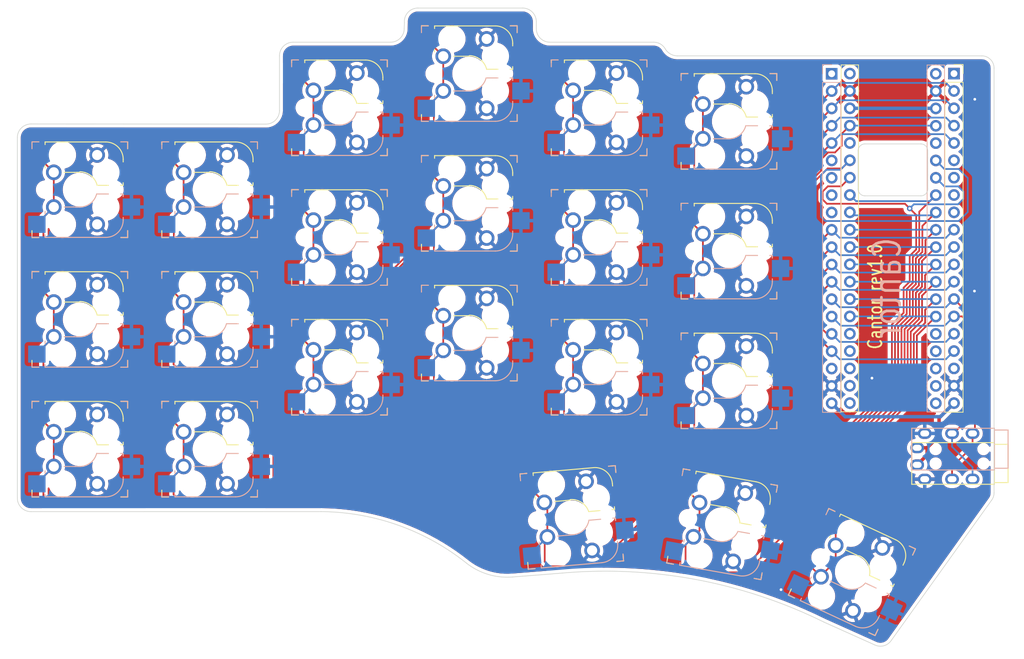
<source format=kicad_pcb>
(kicad_pcb (version 20211014) (generator pcbnew)
  (title_block (rev "rev1.0"))
  (layers (0 "F.Cu" signal) (31 "B.Cu" signal) (34 "B.Paste" user) (35 "F.Paste" user) (36 "B.SilkS" user "B.Silkscreen") (37 "F.SilkS" user "F.Silkscreen") (38 "B.Mask" user) (39 "F.Mask" user) (44 "Edge.Cuts" user))
  (net 0 "")
  (net 1 "+3V3")
  (net 2 "GND")
  (net 3 "/TX")
  (net 4 "/RX")
  (net 5 "/k00")
  (net 6 "/k01")
  (net 7 "/k02")
  (net 8 "/k03")
  (net 9 "/k04")
  (net 10 "/k05")
  (net 11 "/k10")
  (net 12 "/k11")
  (net 13 "/k12")
  (net 14 "/k13")
  (net 15 "/k14")
  (net 16 "/k15")
  (net 17 "/k20")
  (net 18 "/k21")
  (net 19 "/k22")
  (net 20 "/k23")
  (net 21 "/k24")
  (net 22 "/k25")
  (net 23 "/k30")
  (net 24 "/k31")
  (net 25 "/k32")
  (footprint "keyswitches:Kailh_socket_MX_optional_reversible" (layer "F.Cu") (at 164 98)
    (fp_text reference "K25" hide)
    (fp_text value "KEYSW" hide)
  )
  (footprint "keyswitches:Kailh_socket_MX_optional_reversible" (layer "F.Cu") (at 145 96)
    (fp_text reference "K24" hide)
    (fp_text value "KEYSW" hide)
  )
  (footprint "keyswitches:Kailh_socket_MX_optional_reversible" (layer "F.Cu") (at 88 108)
    (fp_text reference "K21" hide)
    (fp_text value "KEYSW" hide)
  )
  (footprint "keyswitches:Kailh_socket_MX_optional_reversible" (layer "F.Cu") (at 107 58)
    (fp_text reference "K02" hide)
    (fp_text value "KEYSW" hide)
  )
  (footprint "keyswitches:Kailh_socket_MX_optional_reversible" (layer "F.Cu") (at 69 89)
    (fp_text reference "K10" hide)
    (fp_text value "KEYSW" hide)
  )
  (footprint "keyswitches:Kailh_socket_MX_optional_reversible" (layer "F.Cu") (at 145 58)
    (fp_text reference "K04" hide)
    (fp_text value "KEYSW" hide)
  )
  (footprint "keyswitches:Kailh_socket_MX_optional_reversible" (layer "F.Cu") (at 107 77)
    (fp_text reference "K12" hide)
    (fp_text value "KEYSW" hide)
  )
  (footprint "keyswitches:Kailh_socket_MX_optional_reversible" (layer "F.Cu") (at 141 118 5)
    (fp_text reference "K30" hide)
    (fp_text value "KEYSW" hide)
  )
  (footprint "keyswitches:Kailh_socket_MX_optional_reversible" (layer "F.Cu") (at 88 70)
    (fp_text reference "K01" hide)
    (fp_text value "KEYSW" hide)
  )
  (footprint "keyswitches:Kailh_socket_MX_optional_reversible" (layer "F.Cu") (at 145 77)
    (fp_text reference "K14" hide)
    (fp_text value "KEYSW" hide)
  )
  (footprint "keyswitches:Kailh_socket_MX_optional_reversible" (layer "F.Cu") (at 126 91)
    (fp_text reference "K23" hide)
    (fp_text value "KEYSW" hide)
  )
  (footprint "keyswitches:Kailh_socket_MX_optional_reversible" (layer "F.Cu") (at 126 53)
    (fp_text reference "K03" hide)
    (fp_text value "KEYSW" hide)
  )
  (footprint "keyswitches:Kailh_socket_MX_optional_reversible" (layer "F.Cu") (at 107 96)
    (fp_text reference "K22" hide)
    (fp_text value "KEYSW" hide)
  )
  (footprint "Keebio-Parts:TRRS-PJ-320A" (layer "F.Cu") (at 202.85 110.1 -90)
    (fp_text reference "J1" hide)
    (fp_text value "TRRS" hide)
  )
  (footprint "keyswitches:Kailh_socket_MX_optional_reversible" (layer "F.Cu") (at 164 79)
    (fp_text reference "K15" hide)
    (fp_text value "KEYSW" hide)
  )
  (footprint "keyswitches:Kailh_socket_MX_optional_reversible" (layer "F.Cu") (at 182 126 -25)
    (fp_text reference "K32" hide)
    (fp_text value "KEYSW" hide)
  )
  (footprint "keyswitches:Kailh_socket_MX_optional_reversible" (layer "F.Cu") (at 88 89)
    (fp_text reference "K11" hide)
    (fp_text value "KEYSW" hide)
  )
  (footprint "Footprints:YAAJ_WeAct_BlackPill_2" (layer "F.Cu") (at 179.155 53)
    (fp_text reference "U1" hide)
    (fp_text value "YAAJ_WeAct_BlackPill_Part_Like" hide)
  )
  (footprint "keyswitches:Kailh_socket_MX_optional_reversible" (layer "F.Cu") (at 164 60)
    (fp_text reference "K05" hide)
    (fp_text value "KEYSW" hide)
  )
  (footprint "keyswitches:Kailh_socket_MX_optional_reversible" (layer "F.Cu") (at 69 108)
    (fp_text reference "K20" hide)
    (fp_text value "KEYSW" hide)
  )
  (footprint "keyswitches:Kailh_socket_MX_optional_reversible" (layer "F.Cu") (at 126 72)
    (fp_text reference "K13" hide)
    (fp_text value "KEYSW" hide)
  )
  (footprint "keyswitches:Kailh_socket_MX_optional_reversible" (layer "F.Cu") (at 69 70)
    (fp_text reference "K00" hide)
    (fp_text value "KEYSW" hide)
  )
  (footprint "keyswitches:Kailh_socket_MX_optional_reversible" (layer "F.Cu") (at 163 119 -10)
    (fp_text reference "K31" hide)
    (fp_text value "KEYSW" hide)
  )
  (gr_line (start 182.9 69.9) (end 182.9 64.3) (layer "Edge.Cuts") (width 0.1))
  (gr_arc (start 201 50.4) (mid 202.272792 50.927208) (end 202.8 52.2) (layer "Edge.Cuts") (width 0.1))
  (gr_arc (start 98.222 50.4) (mid 98.807786 48.985786) (end 100.222 48.4) (layer "Edge.Cuts") (width 0.1))
  (gr_line (start 61.856 117.156) (end 104.31 117.15) (layer "Edge.Cuts") (width 0.1))
  (gr_line (start 187.767999 135.999999) (end 202.434044 115.487896) (layer "Edge.Cuts") (width 0.1))
  (gr_arc (start 132.31 126.724999) (mid 128.740962 126.338896) (end 125.56 124.674999) (layer "Edge.Cuts") (width 0.1))
  (gr_arc (start 116.502 45.53) (mid 117.023969 44.034027) (end 118.476 43.4) (layer "Edge.Cuts") (width 0.1))
  (gr_line (start 192.1 70.9) (end 183.9 70.9) (layer "Edge.Cuts") (width 0.1))
  (gr_line (start 201 50.4) (end 156.480002 50.399998) (layer "Edge.Cuts") (width 0.1))
  (gr_arc (start 182.9 64.3) (mid 183.192893 63.592893) (end 183.9 63.3) (layer "Edge.Cuts") (width 0.1))
  (gr_line (start 116.502 45.53) (end 116.476 46.4) (layer "Edge.Cuts") (width 0.1))
  (gr_line (start 135.806 46.4) (end 135.808 45.4) (layer "Edge.Cuts") (width 0.1))
  (gr_arc (start 193.1 69.9) (mid 192.807107 70.607107) (end 192.1 70.9) (layer "Edge.Cuts") (width 0.1))
  (gr_line (start 193.092893 64.3) (end 193.1 69.9) (layer "Edge.Cuts") (width 0.1))
  (gr_arc (start 202.8 114.4) (mid 202.70606 114.973899) (end 202.434044 115.487896) (layer "Edge.Cuts") (width 0.1))
  (gr_line (start 98.222 50.4) (end 98.222 58.4) (layer "Edge.Cuts") (width 0.1))
  (gr_line (start 96.222 60.4) (end 61.856 60.38) (layer "Edge.Cuts") (width 0.1))
  (gr_arc (start 133.808 43.4) (mid 135.222214 43.985786) (end 135.808 45.4) (layer "Edge.Cuts") (width 0.1))
  (gr_arc (start 116.476 46.4) (mid 115.890214 47.814214) (end 114.476 48.4) (layer "Edge.Cuts") (width 0.1))
  (gr_arc (start 61.856 117.156) (mid 60.441786 116.570214) (end 59.856 115.156) (layer "Edge.Cuts") (width 0.1))
  (gr_line (start 202.8 114.4) (end 202.8 113.2) (layer "Edge.Cuts") (width 0.1))
  (gr_line (start 139.61 126.15) (end 132.31 126.724999) (layer "Edge.Cuts") (width 0.1))
  (gr_line (start 177.939399 133.349999) (end 185.331868 136.671447) (layer "Edge.Cuts") (width 0.1))
  (gr_arc (start 137.8 48.4) (mid 136.387906 47.813849) (end 135.806 46.4) (layer "Edge.Cuts") (width 0.1))
  (gr_arc (start 156.480002 50.399998) (mid 155.454806 50.133049) (end 154.69 49.4) (layer "Edge.Cuts") (width 0.1))
  (gr_line (start 59.856 62.38) (end 59.856 115.156) (layer "Edge.Cuts") (width 0.1))
  (gr_arc (start 192.092893 63.3) (mid 192.8 63.592893) (end 193.092893 64.3) (layer "Edge.Cuts") (width 0.1))
  (gr_arc (start 183.9 70.9) (mid 183.192893 70.607107) (end 182.9 69.9) (layer "Edge.Cuts") (width 0.1))
  (gr_line (start 133.808 43.4) (end 118.476 43.4) (layer "Edge.Cuts") (width 0.1))
  (gr_arc (start 59.856 62.38) (mid 60.441786 60.965786) (end 61.856 60.38) (layer "Edge.Cuts") (width 0.1))
  (gr_arc (start 104.31 117.15) (mid 115.566229 119.129958) (end 125.56 124.674999) (layer "Edge.Cuts") (width 0.1))
  (gr_line (start 183.9 63.3) (end 192.092893 63.3) (layer "Edge.Cuts") (width 0.1))
  (gr_line (start 114.476 48.4) (end 100.222 48.4) (layer "Edge.Cuts") (width 0.1))
  (gr_arc (start 152.99 48.4) (mid 153.976154 48.668538) (end 154.69 49.4) (layer "Edge.Cuts") (width 0.1))
  (gr_line (start 202.8 113.2) (end 202.8 52.2) (layer "Edge.Cuts") (width 0.1))
  (gr_arc (start 98.222 58.4) (mid 97.636214 59.814214) (end 96.222 60.4) (layer "Edge.Cuts") (width 0.1))
  (gr_arc (start 187.767999 135.999999) (mid 186.676511 136.794969) (end 185.331868 136.671447) (layer "Edge.Cuts") (width 0.1))
  (gr_line (start 152.99 48.4) (end 137.8 48.4) (layer "Edge.Cuts") (width 0.1))
  (gr_arc (start 139.61 126.15) (mid 159.269797 127.114332) (end 177.939399 133.349999) (layer "Edge.Cuts") (width 0.1))
  (gr_text "Cantor" (at 187.15 84.4 90) (layer "B.SilkS") (effects (font (size 4 3) (thickness 0.4)) (justify mirror)))
  (gr_text "Cantor rev1.0" (at 185.4 85.65 90) (layer "F.SilkS") (effects (font (size 2 1.5) (thickness 0.25))))
  (segment (start 193 107.8) (end 191.55 107.8) (width 0.5) (layer "F.Cu") (net 1))
  (segment (start 193 108.85) (end 191.55 110.3) (width 0.5) (layer "F.Cu") (net 1))
  (segment (start 194.75 103.445) (end 194.75 106.05) (width 0.5) (layer "F.Cu") (net 1))
  (segment (start 193 107.8) (end 194.75 106.05) (width 0.5) (layer "F.Cu") (net 1))
  (segment (start 196.935 101.26) (end 194.75 103.445) (width 0.5) (layer "F.Cu") (net 1))
  (segment (start 193 107.8) (end 193 108.85) (width 0.5) (layer "F.Cu") (net 1))
  (segment (start 179.035 101.28) (end 181.005 103.25) (width 0.5) (layer "B.Cu") (net 1))
  (segment (start 194.945 103.25) (end 196.935 101.26) (width 0.5) (layer "B.Cu") (net 1))
  (segment (start 181.005 103.25) (end 194.945 103.25) (width 0.5) (layer "B.Cu") (net 1))
  (segment (start 181.695 58.08) (end 194.255 58.08) (width 0.5) (layer "B.Cu") (net 1))
  (via (at 199.98 56.76) (size 0.8) (drill 0.4) (layers "F.Cu" "B.Cu") (net 2))
  (via (at 171.62 128.58) (size 0.8) (drill 0.4) (layers "F.Cu" "B.Cu") (net 2))
  (via (at 184.93 97.6) (size 0.8) (drill 0.4) (layers "F.Cu" "B.Cu") (net 2))
  (via (at 199.93 84.85) (size 0.8) (drill 0.4) (layers "F.Cu" "B.Cu") (net 2))
  (segment (start 196.65 110.6) (end 196.65 112.4) (width 0.25) (layer "F.Cu") (net 3))
  (segment (start 199.65 107.6) (end 199.65 105.7) (width 0.25) (layer "F.Cu") (net 3))
  (segment (start 199.65 107.6) (end 196.65 110.6) (width 0.25) (layer "F.Cu") (net 3))
  (segment (start 196.935 86.02) (end 200 89.085) (width 0.25) (layer "F.Cu") (net 3))
  (segment (start 200 89.085) (end 200 105.35) (width 0.25) (layer "F.Cu") (net 3))
  (segment (start 193.786995 87.213005) (end 193.788501 87.214511) (width 0.25) (layer "B.Cu") (net 3))
  (segment (start 179.035 86.04) (end 180.208005 87.213005) (width 0.25) (layer "B.Cu") (net 3))
  (segment (start 195.740489 87.214511) (end 196.935 86.02) (width 0.25) (layer "B.Cu") (net 3))
  (segment (start 193.788501 87.214511) (end 195.740489 87.214511) (width 0.25) (layer "B.Cu") (net 3))
  (segment (start 180.208005 87.213005) (end 193.786995 87.213005) (width 0.25) (layer "B.Cu") (net 3))
  (segment (start 198.11 88.56) (end 199.55048 90.00048) (width 0.25) (layer "F.Cu") (net 4))
  (segment (start 199.55048 90.00048) (end 199.55048 102.99952) (width 0.25) (layer "F.Cu") (net 4))
  (segment (start 199.55048 102.99952) (end 196.85 105.7) (width 0.25) (layer "F.Cu") (net 4))
  (segment (start 196.935 88.56) (end 198.11 88.56) (width 0.25) (layer "F.Cu") (net 4))
  (segment (start 199.65 110.65) (end 199.65 112.4) (width 0.25) (layer "B.Cu") (net 4))
  (segment (start 196.65 107.65) (end 199.65 110.65) (width 0.25) (layer "B.Cu") (net 4))
  (segment (start 180.380489 89.925489) (end 195.569511 89.925489) (width 0.25) (layer "B.Cu") (net 4))
  (segment (start 196.65 105.7) (end 196.65 107.65) (width 0.25) (layer "B.Cu") (net 4))
  (segment (start 179.035 88.58) (end 180.380489 89.925489) (width 0.25) (layer "B.Cu") (net 4))
  (segment (start 195.569511 89.925489) (end 196.935 88.56) (width 0.25) (layer "B.Cu") (net 4))
  (segment (start 97.902 76.696396) (end 96.348396 78.25) (width 0.25) (layer "F.Cu") (net 5))
  (segment (start 65.19 72.54) (end 65.19 67.46) (width 0.25) (layer "F.Cu") (net 5))
  (segment (start 178.441489 66.894511) (end 175.43696 69.89904) (width 0.25) (layer "F.Cu") (net 5))
  (segment (start 65.19 67.46) (end 62.71 64.98) (width 0.25) (layer "F.Cu") (net 5))
  (segment (start 152.971604 67.388) (end 136.844 67.388) (width 0.25) (layer "F.Cu") (net 5))
  (segment (start 136.844 67.388) (end 131.314 61.858) (width 0.25) (layer "F.Cu") (net 5))
  (segment (start 181.695 65.7) (end 180.500489 66.894511) (width 0.25) (layer "F.Cu") (net 5))
  (segment (start 131.314 61.858) (end 120.664114 61.858) (width 0.25) (layer "F.Cu") (net 5))
  (segment (start 155.482644 69.89904) (end 152.971604 67.388) (width 0.25) (layer "F.Cu") (net 5))
  (segment (start 97.902 68.314396) (end 97.902 76.696396) (width 0.25) (layer "F.Cu") (net 5))
  (segment (start 180.500489 66.894511) (end 178.441489 66.894511) (width 0.25) (layer "F.Cu") (net 5))
  (segment (start 63.67 74.06) (end 65.19 72.54) (width 0.25) (layer "F.Cu") (net 5))
  (segment (start 64.14 78.25) (end 63.67 77.78) (width 0.25) (layer "F.Cu") (net 5))
  (segment (start 175.43696 69.89904) (end 155.482644 69.89904) (width 0.25) (layer "F.Cu") (net 5))
  (segment (start 63.67 77.78) (end 63.67 74.06) (width 0.25) (layer "F.Cu") (net 5))
  (segment (start 120.664114 61.858) (end 115.976114 66.546) (width 0.25) (layer "F.Cu") (net 5))
  (segment (start 96.348396 78.25) (end 64.14 78.25) (width 0.25) (layer "F.Cu") (net 5))
  (segment (start 115.976114 66.546) (end 99.670396 66.546) (width 0.25) (layer "F.Cu") (net 5))
  (segment (start 99.670396 66.546) (end 97.902 68.314396) (width 0.25) (layer "F.Cu") (net 5))
  (segment (start 198.95 68.29) (end 198.95 73.27) (width 0.25) (layer "B.Cu") (net 5))
  (segment (start 197.63 66.97) (end 198.95 68.29) (width 0.25) (layer "B.Cu") (net 5))
  (segment (start 198.95 73.27) (end 197.63 74.59) (width 0.25) (layer "B.Cu") (net 5))
  (segment (start 194.275 65.72) (end 195.525 66.97) (width 0.25) (layer "B.Cu") (net 5))
  (segment (start 177.462 73.97) (end 177.462 67.874) (width 0.25) (layer "B.Cu") (net 5))
  (segment (start 177.462 67.874) (end 178.251 67.085) (width 0.25) (layer "B.Cu") (net 5))
  (segment (start 195.525 66.97) (end 197.63 66.97) (width 0.25) (layer "B.Cu") (net 5))
  (segment (start 180.31 67.085) (end 181.695 65.7) (width 0.25) (layer "B.Cu") (net 5))
  (segment (start 178.251 67.085) (end 180.31 67.085) (width 0.25) (layer "B.Cu") (net 5))
  (segment (start 178.082 74.59) (end 177.462 73.97) (width 0.25) (layer "B.Cu") (net 5))
  (segment (start 197.63 74.59) (end 178.082 74.59) (width 0.25) (layer "B.Cu") (net 5))
  (segment (start 65.19 72.54) (end 62.71 75.02) (width 0.25) (layer "B.Cu") (net 5))
  (segment (start 96.16152 77.80048) (end 83.37548 77.80048) (width 0.25) (layer "F.Cu") (net 6))
  (segment (start 177.475 65.575) (end 177.475 67.224604) (width 0.25) (layer "F.Cu") (net 6))
  (segment (start 120.477718 61.408) (end 115.789718 66.096) (width 0.25) (layer "F.Cu") (net 6))
  (segment (start 178.504511 64.545489) (end 177.475 65.575) (width 0.25) (layer "F.Cu") (net 6))
  (segment (start 131.500396 61.408) (end 120.477718 61.408) (width 0.25) (layer "F.Cu") (net 6))
  (segment (start 99.484 66.096) (end 97.452 68.128) (width 0.25) (layer "F.Cu") (net 6))
  (segment (start 180.5 61.815) (end 180.5 63.566988) (width 0.25) (layer "F.Cu") (net 6))
  (segment (start 175.250084 69.44952) (end 155.66952 69.44952) (width 0.25) (layer "F.Cu") (net 6))
  (segment (start 82.76 73.97) (end 84.19 72.54) (width 0.25) (layer "F.Cu") (net 6))
  (segment (start 179.521499 64.545489) (end 178.504511 64.545489) (width 0.25) (layer "F.Cu") (net 6))
  (segment (start 115.789718 66.096) (end 99.484 66.096) (width 0.25) (layer "F.Cu") (net 6))
  (segment (start 153.158 66.938) (end 137.030396 66.938) (width 0.25) (layer "F.Cu") (net 6))
  (segment (start 97.452 68.128) (end 97.452 76.51) (width 0.25) (layer "F.Cu") (net 6))
  (segment (start 181.695 60.62) (end 180.5 61.815) (width 0.25) (layer "F.Cu") (net 6))
  (segment (start 83.37548 77.80048) (end 82.76 77.185) (width 0.25) (layer "F.Cu") (net 6))
  (segment (start 155.66952 69.44952) (end 153.158 66.938) (width 0.25) (layer "F.Cu") (net 6))
  (segment (start 82.76 77.185) (end 82.76 73.97) (width 0.25) (layer "F.Cu") (net 6))
  (segment (start 137.030396 66.938) (end 131.500396 61.408) (width 0.25) (layer "F.Cu") (net 6))
  (segment (start 84.19 67.46) (end 81.71 64.98) (width 0.25) (layer "F.Cu") (net 6))
  (segment (start 180.5 63.566988) (end 179.521499 64.545489) (width 0.25) (layer "F.Cu") (net 6))
  (segment (start 97.452 76.51) (end 96.16152 77.80048) (width 0.25) (layer "F.Cu") (net 6))
  (segment (start 84.19 72.54) (end 84.19 67.46) (width 0.25) (layer "F.Cu") (net 6))
  (segment (start 177.475 67.224604) (end 175.250084 69.44952) (width 0.25) (layer "F.Cu") (net 6))
  (segment (start 84.19 72.54) (end 81.71 75.02) (width 0.25) (layer "B.Cu") (net 6))
  (segment (start 181.695 60.62) (end 194.255 60.62) (width 0.25) (layer "B.Cu") (net 6))
  (segment (start 179.035 63.18) (end 177.025 65.19) (width 0.25) (layer "F.Cu") (net 7))
  (segment (start 137.216792 66.488) (end 131.686792 60.958) (width 0.25) (layer "F.Cu") (net 7))
  (segment (start 101.77 65.08) (end 101.77 61.96) (width 0.25) (layer "F.Cu") (net 7))
  (segment (start 131.686792 60.958) (end 120.292 60.958) (width 0.25) (layer "F.Cu") (net 7))
  (segment (start 177.025 65.19) (end 177.025 67.038208) (width 0.25) (layer "F.Cu") (net 7))
  (segment (start 102.278 65.588) (end 101.77 65.08) (width 0.25) (layer "F.Cu") (net 7))
  (segment (start 120.292 60.958) (end 115.662 65.588) (width 0.25) (layer "F.Cu") (net 7))
  (segment (start 175.063208 69) (end 155.982 69) (width 0.25) (layer "F.Cu") (net 7))
  (segment (start 177.025 67.038208) (end 175.063208 69) (width 0.25) (layer "F.Cu") (net 7))
  (segment (start 153.47 66.488) (end 137.216792 66.488) (width 0.25) (layer "F.Cu") (net 7))
  (segment (start 155.982 69) (end 153.47 66.488) (width 0.25) (layer "F.Cu") (net 7))
  (segment (start 103.19 60.54) (end 103.19 55.46) (width 0.25) (layer "F.Cu") (net 7))
  (segment (start 101.77 61.96) (end 103.19 60.54) (width 0.25) (layer "F.Cu") (net 7))
  (segment (start 103.19 55.46) (end 100.71 52.98) (width 0.25) (layer "F.Cu") (net 7))
  (segment (start 115.662 65.588) (end 102.278 65.588) (width 0.25) (layer "F.Cu") (net 7))
  (segment (start 103.19 60.54) (end 100.71 63.02) (width 0.25) (layer "B.Cu") (net 7))
  (segment (start 180.345 61.87) (end 195.645 61.87) (width 0.25) (layer "B.Cu") (net 7))
  (segment (start 179.035 63.18) (end 180.345 61.87) (width 0.25) (layer "B.Cu") (net 7))
  (segment (start 195.645 61.87) (end 196.935 63.16) (width 0.25) (layer "B.Cu") (net 7))
  (segment (start 177.462 62.213) (end 177.462 64.116604) (width 0.25) (layer "F.Cu") (net 8))
  (segment (start 122.19 55.54) (end 122.19 50.46) (width 0.25) (layer "F.Cu") (net 8))
  (segment (start 156.182594 68.5) (end 153.720594 66.038) (width 0.25) (layer "F.Cu") (net 8))
  (segment (start 120.82 56.91) (end 122.19 55.54) (width 0.25) (layer "F.Cu") (net 8))
  (segment (start 120.82 60) (end 120.82 56.91) (width 0.25) (layer "F.Cu") (net 8))
  (segment (start 177.462 64.116604) (end 176.575 65.003604) (width 0.25) (layer "F.Cu") (net 8))
  (segment (start 131.873188 60.508) (end 121.328 60.508) (width 0.25) (layer "F.Cu") (net 8))
  (segment (start 137.403188 66.038) (end 131.873188 60.508) (width 0.25) (layer "F.Cu") (net 8))
  (segment (start 179.035 60.64) (end 177.462 62.213) (width 0.25) (layer "F.Cu") (net 8))
  (segment (start 174.926812 68.5) (end 156.182594 68.5) (width 0.25) (layer "F.Cu") (net 8))
  (segment (start 121.328 60.508) (end 120.82 60) (width 0.25) (layer "F.Cu") (net 8))
  (segment (start 153.720594 66.038) (end 137.403188 66.038) (width 0.25) (layer "F.Cu") (net 8))
  (segment (start 176.575 66.851812) (end 174.926812 68.5) (width 0.25) (layer "F.Cu") (net 8))
  (segment (start 122.19 50.46) (end 119.71 47.98) (width 0.25) (layer "F.Cu") (net 8))
  (segment (start 176.575 65.003604) (end 176.575 66.851812) (width 0.25) (layer "F.Cu") (net 8))
  (segment (start 179.035 60.64) (end 180.229511 59.445489) (width 0.25) (layer "B.Cu") (net 8))
  (segment (start 180.229511 59.445489) (end 195.760489 59.445489) (width 0.25) (layer "B.Cu") (net 8))
  (segment (start 195.760489 59.445489) (end 196.935 60.62) (width 0.25) (layer "B.Cu") (net 8))
  (segment (start 122.19 55.54) (end 119.71 58.02) (width 0.25) (layer "B.Cu") (net 8))
  (segment (start 139.87 61.86) (end 141.19 60.54) (width 0.25) (layer "F.Cu") (net 9))
  (segment (start 177.012 62.026604) (end 177.012 63.930208) (width 0.25) (layer "F.Cu") (net 9))
  (segment (start 141.19 60.54) (end 141.19 55.46) (width 0.25) (layer "F.Cu") (net 9))
  (segment (start 176.125 66.665416) (end 174.790416 68) (width 0.25) (layer "F.Cu") (net 9))
  (segment (start 141.19 55.46) (end 138.71 52.98) (width 0.25) (layer "F.Cu") (net 9))
  (segment (start 177.012 63.930208) (end 176.125 64.817208) (width 0.25) (layer "F.Cu") (net 9))
  (segment (start 176.125 64.817208) (end 176.125 66.665416) (width 0.25) (layer "F.Cu") (net 9))
  (segment (start 177.462 61.576604) (end 177.012 62.026604) (width 0.25) (layer "F.Cu") (net 9))
  (segment (start 177.462 59.673) (end 177.462 61.576604) (width 0.25) (layer "F.Cu") (net 9))
  (segment (start 140.378 65.588) (end 139.87 65.08) (width 0.25) (layer "F.Cu") (net 9))
  (segment (start 174.790416 68) (end 156.31899 68) (width 0.25) (layer "F.Cu") (net 9))
  (segment (start 156.31899 68) (end 153.90699 65.588) (width 0.25) (layer "F.Cu") (net 9))
  (segment (start 153.90699 65.588) (end 140.378 65.588) (width 0.25) (layer "F.Cu") (net 9))
  (segment (start 179.035 58.1) (end 177.462 59.673) (width 0.25) (layer "F.Cu") (net 9))
  (segment (start 139.87 65.08) (end 139.87 61.86) (width 0.25) (layer "F.Cu") (net 9))
  (segment (start 179.035 58.1) (end 180.229511 56.905489) (width 0.25) (layer "B.Cu") (net 9))
  (segment (start 141.19 60.54) (end 138.71 63.02) (width 0.25) (layer "B.Cu") (net 9))
  (segment (start 195.760489 56.905489) (end 196.935 58.08) (width 0.25) (layer "B.Cu") (net 9))
  (segment (start 180.229511 56.905489) (end 195.760489 56.905489) (width 0.25) (layer "B.Cu") (net 9))
  (segment (start 176.562 63.743812) (end 175.675 64.630812) (width 0.25) (layer "F.Cu") (net 10))
  (segment (start 160.19 62.54) (end 160.19 57.46) (width 0.25) (layer "F.Cu") (net 10))
  (segment (start 159.515479 67.55048) (end 158.92 66.955001) (width 0.25) (layer "F.Cu") (net 10))
  (segment (start 158.92 63.81) (end 160.19 62.54) (width 0.25) (layer "F.Cu") (net 10))
  (segment (start 177.012 59.486604) (end 177.012 61.390208) (width 0.25) (layer "F.Cu") (net 10))
  (segment (start 175.675 64.630812) (end 175.675 66.47902) (width 0.25) (layer "F.Cu") (net 10))
  (segment (start 179.035 55.56) (end 177.462 57.133) (width 0.25) (layer "F.Cu") (net 10))
  (segment (start 174.60354 67.55048) (end 159.515479 67.55048) (width 0.25) (layer "F.Cu") (net 10))
  (segment (start 158.92 66.955001) (end 158.92 63.81) (width 0.25) (layer "F.Cu") (net 10))
  (segment (start 160.19 57.46) (end 157.71 54.98) (width 0.25) (layer "F.Cu") (net 10))
  (segment (start 177.012 61.390208) (end 176.562 61.840208) (width 0.25) (layer "F.Cu") (net 10))
  (segment (start 177.462 59.036604) (end 177.012 59.486604) (width 0.25) (layer "F.Cu") (net 10))
  (segment (start 177.462 57.133) (end 177.462 59.036604) (width 0.25) (layer "F.Cu") (net 10))
  (segment (start 176.562 61.840208) (end 176.562 63.743812) (width 0.25) (layer "F.Cu") (net 10))
  (segment (start 175.675 66.47902) (end 174.60354 67.55048) (width 0.25) (layer "F.Cu") (net 10))
  (segment (start 179.035 55.56) (end 180.229511 54.365489) (width 0.25) (layer "B.Cu") (net 10))
  (segment (start 195.760489 54.365489) (end 196.935 55.54) (width 0.25) (layer "B.Cu") (net 10))
  (segment (start 160.19 62.54) (end 157.71 65.02) (width 0.25) (layer "B.Cu") (net 10))
  (segment (start 180.229511 54.365489) (end 195.760489 54.365489) (width 0.25) (layer "B.Cu") (net 10))
  (segment (start 130.552 80.908) (end 116.863436 80.908) (width 0.25) (layer "F.Cu") (net 11))
  (segment (start 97.902 94.848678) (end 95.920678 96.83) (width 0.25) (layer "F.Cu") (net 11))
  (segment (start 65.19 86.46) (end 62.71 83.98) (width 0.25) (layer "F.Cu") (net 11))
  (segment (start 177.5 92.125) (end 177.5 90.9) (width 0.25) (layer "F.Cu") (net 11))
  (segment (start 179.035 93.66) (end 177.5 92.125) (width 0.25) (layer "F.Cu") (net 11))
  (segment (start 152.206812 86.438) (end 136.082 86.438) (width 0.25) (layer "F.Cu") (net 11))
  (segment (start 112.233436 85.538) (end 99.728396 85.538) (width 0.25) (layer "F.Cu") (net 11))
  (segment (start 154.724812 88.956) (end 152.206812 86.438) (width 0.25) (layer "F.Cu") (net 11))
  (segment (start 99.728396 85.538) (end 97.902 87.364396) (width 0.25) (layer "F.Cu") (net 11))
  (segment (start 63.67 96.195) (end 63.67 93.06) (width 0.25) (layer "F.Cu") (net 11))
  (segment (start 65.19 91.54) (end 65.19 86.46) (width 0.25) (layer "F.Cu") (net 11))
  (segment (start 175.556 88.956) (end 154.724812 88.956) (width 0.25) (layer "F.Cu") (net 11))
  (segment (start 64.305 96.83) (end 63.67 96.195) (width 0.25) (layer "F.Cu") (net 11))
  (segment (start 63.67 93.06) (end 65.19 91.54) (width 0.25) (layer "F.Cu") (net 11))
  (segment (start 116.863436 80.908) (end 112.233436 85.538) (width 0.25) (layer "F.Cu") (net 11))
  (segment (start 95.920678 96.83) (end 64.305 96.83) (width 0.25) (layer "F.Cu") (net 11))
  (segment (start 177.5 90.9) (end 175.556 88.956) (width 0.25) (layer "F.Cu") (net 11))
  (segment (start 136.082 86.438) (end 130.552 80.908) (width 0.25) (layer "F.Cu") (net 11))
  (segment (start 97.902 87.364396) (end 97.902 94.848678) (width 0.25) (layer "F.Cu") (net 11))
  (segment (start 179.035 93.66) (end 180.209511 94.834511) (width 0.25) (layer "B.Cu") (net 11))
  (segment (start 65.19 91.54) (end 62.71 94.02) (width 0.25) (layer "B.Cu") (net 11))
  (segment (start 180.209511 94.834511) (end 195.740489 94.834511) (width 0.25) (layer "B.Cu") (net 11))
  (segment (start 195.740489 94.834511) (end 196.935 93.64) (width 0.25) (layer "B.Cu") (net 11))
  (segment (start 82.72 95.56) (end 82.72 93.01) (width 0.25) (layer "F.Cu") (net 12))
  (segment (start 112.04704 85.088) (end 99.542 85.088) (width 0.25) (layer "F.Cu") (net 12))
  (segment (start 82.72 93.01) (end 84.19 91.54) (width 0.25) (layer "F.Cu") (net 12))
  (segment (start 178.36 91.12) (end 175.746 88.506) (width 0.25) (layer "F.Cu") (net 12))
  (segment (start 154.911208 88.506) (end 152.393208 85.988) (width 0.25) (layer "F.Cu") (net 12))
  (segment (start 99.542 85.088) (end 97.452 87.178) (width 0.25) (layer "F.Cu") (net 12))
  (segment (start 152.393208 85.988) (end 136.268396 85.988) (width 0.25) (layer "F.Cu") (net 12))
  (segment (start 95.734282 96.38) (end 83.54 96.38) (width 0.25) (layer "F.Cu") (net 12))
  (segment (start 83.54 96.38) (end 82.72 95.56) (width 0.25) (layer "F.Cu") (net 12))
  (segment (start 84.19 86.46) (end 81.71 83.98) (width 0.25) (layer "F.Cu") (net 12))
  (segment (start 175.746 88.506) (end 154.911208 88.506) (width 0.25) (layer "F.Cu") (net 12))
  (segment (start 136.268396 85.988) (end 130.738396 80.458) (width 0.25) (layer "F.Cu") (net 12))
  (segment (start 97.452 87.178) (end 97.452 94.662282) (width 0.25) (layer "F.Cu") (net 12))
  (segment (start 84.19 91.54) (end 84.19 86.46) (width 0.25) (layer "F.Cu") (net 12))
  (segment (start 116.67704 80.458) (end 112.04704 85.088) (width 0.25) (layer "F.Cu") (net 12))
  (segment (start 97.452 94.662282) (end 95.734282 96.38) (width 0.25) (layer "F.Cu") (net 12))
  (segment (start 130.738396 80.458) (end 116.67704 80.458) (width 0.25) (layer "F.Cu") (net 12))
  (segment (start 84.19 91.54) (end 81.71 94.02) (width 0.25) (layer "B.Cu") (net 12))
  (segment (start 195.740489 92.294511) (end 196.935 91.1) (width 0.25) (layer "B.Cu") (net 12))
  (segment (start 180.209511 92.294511) (end 195.740489 92.294511) (width 0.25) (layer "B.Cu") (net 12))
  (segment (start 179.035 91.12) (end 180.209511 92.294511) (width 0.25) (layer "B.Cu") (net 12))
  (segment (start 130.924792 80.008) (end 116.490644 80.008) (width 0.25) (layer "F.Cu") (net 13))
  (segment (start 102.278 84.638) (end 101.77 84.13) (width 0.25) (layer "F.Cu") (net 13))
  (segment (start 136.454792 85.538) (end 130.924792 80.008) (width 0.25) (layer "F.Cu") (net 13))
  (segment (start 152.579604 85.538) (end 136.454792 85.538) (width 0.25) (layer "F.Cu") (net 13))
  (segment (start 101.77 84.13) (end 101.77 80.96) (width 0.25) (layer "F.Cu") (net 13))
  (segment (start 116.490644 80.008) (end 111.860644 84.638) (width 0.25) (layer "F.Cu") (net 13))
  (segment (start 179.035 83.5) (end 177.462 85.073) (width 0.25) (layer "F.Cu") (net 13))
  (segment (start 155.097604 88.056) (end 152.579604 85.538) (width 0.25) (layer "F.Cu") (net 13))
  (segment (start 103.19 79.54) (end 103.19 74.46) (width 0.25) (layer "F.Cu") (net 13))
  (segment (start 176.33 88.056) (end 155.097604 88.056) (width 0.25) (layer "F.Cu") (net 13))
  (segment (start 101.77 80.96) (end 103.19 79.54) (width 0.25) (layer "F.Cu") (net 13))
  (segment (start 177.462 86.924) (end 176.33 88.056) (width 0.25) (layer "F.Cu") (net 13))
  (segment (start 103.19 74.46) (end 100.71 71.98) (width 0.25) (layer "F.Cu") (net 13))
  (segment (start 111.860644 84.638) (end 102.278 84.638) (width 0.25) (layer "F.Cu") (net 13))
  (segment (start 177.462 85.073) (end 177.462 86.924) (width 0.25) (layer "F.Cu") (net 13))
  (segment (start 103.19 79.54) (end 100.71 82.02) (width 0.25) (layer "B.Cu") (net 13))
  (segment (start 195.740489 84.674511) (end 196.935 83.48) (width 0.25) (layer "B.Cu") (net 13))
  (segment (start 179.035 83.5) (end 180.209511 84.674511) (width 0.25) (layer "B.Cu") (net 13))
  (segment (start 180.209511 84.674511) (end 195.740489 84.674511) (width 0.25) (layer "B.Cu") (net 13))
  (segment (start 177.462 84.436604) (end 177.012 84.886604) (width 0.25) (layer "F.Cu") (net 14))
  (segment (start 176.143604 87.606) (end 155.284 87.606) (width 0.25) (layer "F.Cu") (net 14))
  (segment (start 177.012 86.737604) (end 176.143604 87.606) (width 0.25) (layer "F.Cu") (net 14))
  (segment (start 152.766 85.088) (end 136.641188 85.088) (width 0.25) (layer "F.Cu") (net 14))
  (segment (start 120.82 79.05) (end 120.82 75.91) (width 0.25) (layer "F.Cu") (net 14))
  (segment (start 177.462 82.533) (end 177.462 84.436604) (width 0.25) (layer "F.Cu") (net 14))
  (segment (start 155.284 87.606) (end 152.766 85.088) (width 0.25) (layer "F.Cu") (net 14))
  (segment (start 121.328 79.558) (end 120.82 79.05) (width 0.25) (layer "F.Cu") (net 14))
  (segment (start 131.111188 79.558) (end 121.328 79.558) (width 0.25) (layer "F.Cu") (net 14))
  (segment (start 122.19 69.46) (end 119.71 66.98) (width 0.25) (layer "F.Cu") (net 14))
  (segment (start 120.82 75.91) (end 122.19 74.54) (width 0.25) (layer "F.Cu") (net 14))
  (segment (start 179.035 80.96) (end 177.462 82.533) (width 0.25) (layer "F.Cu") (net 14))
  (segment (start 177.012 84.886604) (end 177.012 86.737604) (width 0.25) (layer "F.Cu") (net 14))
  (segment (start 122.19 74.54) (end 122.19 69.46) (width 0.25) (layer "F.Cu") (net 14))
  (segment (start 136.641188 85.088) (end 131.111188 79.558) (width 0.25) (layer "F.Cu") (net 14))
  (segment (start 179.035 80.96) (end 180.209511 82.134511) (width 0.25) (layer "B.Cu") (net 14))
  (segment (start 180.209511 82.134511) (end 195.740489 82.134511) (width 0.25) (layer "B.Cu") (net 14))
  (segment (start 122.19 74.54) (end 119.71 77.02) (width 0.25) (layer "B.Cu") (net 14))
  (segment (start 195.740489 82.134511) (end 196.935 80.94) (width 0.25) (layer "B.Cu") (net 14))
  (segment (start 179.035 78.42) (end 177.462 79.993) (width 0.25) (layer "F.Cu") (net 15))
  (segment (start 176.562 86.551208) (end 175.957208 87.156) (width 0.25) (layer "F.Cu") (net 15))
  (segment (start 141.19 79.54) (end 141.19 74.46) (width 0.25) (layer "F.Cu") (net 15))
  (segment (start 141.19 74.46) (end 138.71 71.98) (width 0.25) (layer "F.Cu") (net 15))
  (segment (start 139.87 80.86) (end 141.19 79.54) (width 0.25) (layer "F.Cu") (net 15))
  (segment (start 139.87 84.13) (end 139.87 80.86) (width 0.25) (layer "F.Cu") (net 15))
  (segment (start 177.462 79.993) (end 177.462 81.896604) (width 0.25) (layer "F.Cu") (net 15))
  (segment (start 140.378 84.638) (end 139.87 84.13) (width 0.25) (layer "F.Cu") (net 15))
  (segment (start 177.012 84.250208) (end 176.562 84.700208) (width 0.25) (layer "F.Cu") (net 15))
  (segment (start 177.462 81.896604) (end 177.012 82.346604) (width 0.25) (layer "F.Cu") (net 15))
  (segment (start 177.012 82.346604) (end 177.012 84.250208) (width 0.25) (layer "F.Cu") (net 15))
  (segment (start 155.470396 87.156) (end 152.952396 84.638) (width 0.25) (layer "F.Cu") (net 15))
  (segment (start 175.957208 87.156) (end 155.470396 87.156) (width 0.25) (layer "F.Cu") (net 15))
  (segment (start 176.562 84.700208) (end 176.562 86.551208) (width 0.25) (layer "F.Cu") (net 15))
  (segment (start 152.952396 84.638) (end 140.378 84.638) (width 0.25) (layer "F.Cu") (net 15))
  (segment (start 141.19 79.54) (end 138.71 82.02) (width 0.25) (layer "B.Cu") (net 15))
  (segment (start 195.740489 79.594511) (end 196.935 78.4) (width 0.25) (layer "B.Cu") (net 15))
  (segment (start 180.209511 79.594511) (end 195.740489 79.594511) (width 0.25) (layer "B.Cu") (net 15))
  (segment (start 179.035 78.42) (end 180.209511 79.594511) (width 0.25) (layer "B.Cu") (net 15))
  (segment (start 177.012 81.710208) (end 176.562 82.160208) (width 0.25) (layer "F.Cu") (net 16))
  (segment (start 158.92 82.81) (end 160.19 81.54) (width 0.25) (layer "F.Cu") (net 16))
  (segment (start 176.112 86.364812) (end 175.806812 86.67) (width 0.25) (layer "F.Cu") (net 16))
  (segment (start 158.92 86.035) (end 158.92 82.81) (width 0.25) (layer "F.Cu") (net 16))
  (segment (start 159.555 86.67) (end 158.92 86.035) (width 0.25) (layer "F.Cu") (net 16))
  (segment (start 177.462 77.453) (end 177.462 79.356604) (width 0.25) (layer "F.Cu") (net 16))
  (segment (start 176.112 84.513812) (end 176.112 86.364812) (width 0.25) (layer "F.Cu") (net 16))
  (segment (start 160.19 81.54) (end 160.19 76.46) (width 0.25) (layer "F.Cu") (net 16))
  (segment (start 176.562 82.160208) (end 176.562 84.063812) (width 0.25) (layer "F.Cu") (net 16))
  (segment (start 176.562 84.063812) (end 176.112 84.513812) (width 0.25) (layer "F.Cu") (net 16))
  (segment (start 179.035 75.88) (end 177.462 77.453) (width 0.25) (layer "F.Cu") (net 16))
  (segment (start 175.806812 86.67) (end 159.555 86.67) (width 0.25) (layer "F.Cu") (net 16))
  (segment (start 177.012 79.806604) (end 177.012 81.710208) (width 0.25) (layer "F.Cu") (net 16))
  (segment (start 160.19 76.46) (end 157.71 73.98) (width 0.25) (layer "F.Cu") (net 16))
  (segment (start 177.462 79.356604) (end 177.012 79.806604) (width 0.25) (layer "F.Cu") (net 16))
  (segment (start 179.035 75.88) (end 180.189511 77.034511) (width 0.25) (layer "B.Cu") (net 16))
  (segment (start 195.740489 77.054511) (end 196.935 75.86) (width 0.25) (layer "B.Cu") (net 16))
  (segment (start 192.275009 77.034511) (end 192.295009 77.054511) (width 0.25) (layer "B.Cu") (net 16))
  (segment (start 180.189511 77.034511) (end 192.275009 77.034511) (width 0.25) (layer "B.Cu") (net 16))
  (segment (start 160.19 81.54) (end 157.71 84.02) (width 0.25) (layer "B.Cu") (net 16))
  (segment (start 192.295009 77.054511) (end 195.740489 77.054511) (width 0.25) (layer "B.Cu") (net 16))
  (segment (start 181.758 107.774) (end 138.114 107.774) (width 0.25) (layer "F.Cu") (net 17))
  (segment (start 97.775 113.843198) (end 95.542198 116.076) (width 0.25) (layer "F.Cu") (net 17))
  (segment (start 192.7 84.4) (end 191.810601 85.289399) (width 0.25) (layer "F.Cu") (net 17))
  (segment (start 99.347396 104.334) (end 97.775 105.906396) (width 0.25) (layer "F.Cu") (net 17))
  (segment (start 194.275 80.96) (end 192.7 82.535) (width 0.25) (layer "F.Cu") (net 17))
  (segment (start 191.810601 85.289399) (end 191.810601 88.963802) (width 0.25) (layer "F.Cu") (net 17))
  (segment (start 64.062 116.076) (end 63.67 115.684) (width 0.25) (layer "F.Cu") (net 17))
  (segment (start 65.19 105.46) (end 62.71 102.98) (width 0.25) (layer "F.Cu") (net 17))
  (segment (start 134.674 104.334) (end 99.347396 104.334) (width 0.25) (layer "F.Cu") (net 17))
  (segment (start 63.67 112.06) (end 65.19 110.54) (width 0.25) (layer "F.Cu") (net 17))
  (segment (start 138.114 107.774) (end 134.674 104.334) (width 0.25) (layer "F.Cu") (net 17))
  (segment (start 65.19 110.54) (end 65.19 105.46) (width 0.25) (layer "F.Cu") (net 17))
  (segment (start 190.15144 99.38056) (end 181.758 107.774) (width 0.25) (layer "F.Cu") (net 17))
  (segment (start 192.7 82.535) (end 192.7 84.4) (width 0.25) (layer "F.Cu") (net 17))
  (segment (start 95.542198 116.076) (end 64.062 116.076) (width 0.25) (layer "F.Cu") (net 17))
  (segment (start 191.810601 88.963802) (end 190.15144 90.622963) (width 0.25) (layer "F.Cu") (net 17))
  (segment (start 63.67 115.684) (end 63.67 112.06) (width 0.25) (layer "F.Cu") (net 17))
  (segment (start 97.775 105.906396) (end 97.775 113.843198) (width 0.25) (layer "F.Cu") (net 17))
  (segment (start 190.15144 90.622963) (end 190.15144 99.38056) (width 0.25) (layer "F.Cu") (net 17))
  (segment (start 181.695 80.94) (end 194.255 80.94) (width 0.25) (layer "B.Cu") (net 17))
  (segment (start 62.71 113.02) (end 65.19 110.54) (width 0.25) (layer "B.Cu") (net 17))
  (segment (start 83.736 115.626) (end 82.72 114.61) (width 0.25) (layer "F.Cu") (net 18))
  (segment (start 84.19 110.54) (end 84.19 105.46) (width 0.25) (layer "F.Cu") (net 18))
  (segment (start 97.325 113.656802) (end 95.355802 115.626) (width 0.25) (layer "F.Cu") (net 18))
  (segment (start 189.70192 99.093664) (end 181.471584 107.324) (width 0.25) (layer "F.Cu") (net 18))
  (segment (start 99.161 103.884) (end 97.325 105.72) (width 0.25) (layer "F.Cu") (net 18))
  (segment (start 95.355802 115.626) (end 83.736 115.626) (width 0.25) (layer "F.Cu") (net 18))
  (segment (start 192.25048 84.213802) (end 191.361081 85.103202) (width 0.25) (layer "F.Cu") (net 18))
  (segment (start 192.25048 80.44452) (end 192.25048 84.213802) (width 0.25) (layer "F.Cu") (net 18))
  (segment (start 138.300396 107.324) (end 134.860396 103.884) (width 0.25) (layer "F.Cu") (net 18))
  (segment (start 191.361081 85.103202) (end 191.361081 88.777604) (width 0.25) (layer "F.Cu") (net 18))
  (segment (start 82.72 112.01) (end 84.19 110.54) (width 0.25) (layer "F.Cu") (net 18))
  (segment (start 134.860396 103.884) (end 99.161 103.884) (width 0.25) (layer "F.Cu") (net 18))
  (segment (start 189.70192 90.436765) (end 189.70192 99.093664) (width 0.25) (layer "F.Cu") (net 18))
  (segment (start 97.325 105.72) (end 97.325 113.656802) (width 0.25) (layer "F.Cu") (net 18))
  (segment (start 82.72 114.61) (end 82.72 112.01) (width 0.25) (layer "F.Cu") (net 18))
  (segment (start 194.275 78.42) (end 192.25048 80.44452) (width 0.25) (layer "F.Cu") (net 18))
  (segment (start 191.361081 88.777604) (end 189.70192 90.436765) (width 0.25) (layer "F.Cu") (net 18))
  (segment (start 84.19 105.46) (end 81.71 102.98) (width 0.25) (layer "F.Cu") (net 18))
  (segment (start 181.471584 107.324) (end 138.300396 107.324) (width 0.25) (layer "F.Cu") (net 18))
  (segment (start 84.19 110.54) (end 81.71 113.02) (width 0.25) (layer "B.Cu") (net 18))
  (segment (start 181.695 78.4) (end 194.255 78.4) (width 0.25) (layer "B.Cu") (net 18))
  (segment (start 135.046792 103.434) (end 102.659 103.434) (width 0.25) (layer "F.Cu") (net 19))
  (segment (start 103.19 93.46) (end 100.71 90.98) (width 0.25) (layer "F.Cu") (net 19))
  (segment (start 194.275 75.88) (end 192.754641 77.400359) (width 0.25) (layer "F.Cu") (net 19))
  (segment (start 190.911562 84.917003) (end 190.911561 88.591406) (width 0.25) (layer "F.Cu") (net 19))
  (segment (start 192.754641 77.400359) (end 192.754641 79.304641) (width 0.25) (layer "F.Cu") (net 19))
  (segment (start 189.25 90.252967) (end 189.25 98.909188) (width 0.25) (layer "F.Cu") (net 19))
  (segment (start 191.80096 80.258323) (end 191.80096 84.027605) (width 0.25) (layer "F.Cu") (net 19))
  (segment (start 101.77 99.96) (end 103.19 98.54) (width 0.25) (layer "F.Cu") (net 19))
  (segment (start 189.25 98.909188) (end 181.285188 106.874) (width 0.25) (layer "F.Cu") (net 19))
  (segment (start 181.285188 106.874) (end 138.486792 106.874) (width 0.25) (layer "F.Cu") (net 19))
  (segment (start 102.659 103.434) (end 101.77 102.545) (width 0.25) (layer "F.Cu") (net 19))
  (segment (start 190.911561 88.591406) (end 189.25 90.252967) (width 0.25) (layer "F.Cu") (net 19))
  (segment (start 191.80096 84.027605) (end 190.911562 84.917003) (width 0.25) (layer "F.Cu") (net 19))
  (segment (start 103.19 98.54) (end 103.19 93.46) (width 0.25) (layer "F.Cu") (net 19))
  (segment (start 192.754641 79.304641) (end 191.80096 80.258323) (width 0.25) (layer "F.Cu") (net 19))
  (segment (start 138.486792 106.874) (end 135.046792 103.434) (width 0.25) (layer "F.Cu") (net 19))
  (segment (start 101.77 102.545) (end 101.77 99.96) (width 0.25) (layer "F.Cu") (net 19))
  (segment (start 181.695 75.86) (end 194.255 75.86) (width 0.25) (layer "B.Cu") (net 19))
  (segment (start 103.19 98.54) (end 100.71 101.02) (width 0.25) (layer "B.Cu") (net 19))
  (segment (start 191.35144 80.072126) (end 191.35144 83.841407) (width 0.25) (layer "F.Cu") (net 20))
  (segment (start 194.275 73.34) (end 192.305121 75.309879) (width 0.25) (layer "F.Cu") (net 20))
  (segment (start 138.673188 106.424) (end 130.857188 98.608) (width 0.25) (layer "F.Cu") (net 20))
  (segment (start 181.078792 106.424) (end 138.673188 106.424) (width 0.25) (layer "F.Cu") (net 20))
  (segment (start 120.82 98.1) (end 120.82 94.91) (width 0.25) (layer "F.Cu") (net 20))
  (segment (start 190.462042 88.405207) (end 188.75096 90.116289) (width 0.25) (layer "F.Cu") (net 20))
  (segment (start 182.900872 104.60192) (end 181.078792 106.424) (width 0.25) (layer "F.Cu") (net 20))
  (segment (start 188.75096 98.771832) (end 182.920872 104.60192) (width 0.25) (layer "F.Cu") (net 20))
  (segment (start 188.75096 90.116289) (end 188.75096 98.771832) (width 0.25) (layer "F.Cu") (net 20))
  (segment (start 130.857188 98.608) (end 121.328 98.608) (width 0.25) (layer "F.Cu") (net 20))
  (segment (start 120.82 94.91) (end 122.19 93.54) (width 0.25) (layer "F.Cu") (net 20))
  (segment (start 192.305121 75.309879) (end 192.305121 79.118444) (width 0.25) (layer "F.Cu") (net 20))
  (segment (start 121.328 98.608) (end 120.82 98.1) (width 0.25) (layer "F.Cu") (net 20))
  (segment (start 122.19 88.46) (end 119.71 85.98) (width 0.25) (layer "F.Cu") (net 20))
  (segment (start 190.462042 84.730806) (end 190.462042 88.405207) (width 0.25) (layer "F.Cu") (net 20))
  (segment (start 192.305121 79.118444) (end 191.35144 80.072126) (width 0.25) (layer "F.Cu") (net 20))
  (segment (start 122.19 93.54) (end 122.19 88.46) (width 0.25) (layer "F.Cu") (net 20))
  (segment (start 191.35144 83.841407) (end 190.462042 84.730806) (width 0.25) (layer "F.Cu") (net 20))
  (segment (start 182.920872 104.60192) (end 182.900872 104.60192) (width 0.25) (layer "F.Cu") (net 20))
  (segment (start 122.19 93.54) (end 119.71 96.02) (width 0.25) (layer "B.Cu") (net 20))
  (segment (start 182.135 73.76) (end 193.855 73.76) (width 0.25) (layer "B.Cu") (net 20))
  (segment (start 180.892396 105.974) (end 142.664 105.974) (width 0.25) (layer "F.Cu") (net 21))
  (segment (start 190.012522 88.219009) (end 188.30096 89.930572) (width 0.25) (layer "F.Cu") (net 21))
  (segment (start 191.855601 78.932247) (end 190.901921 79.885927) (width 0.25) (layer "F.Cu") (net 21))
  (segment (start 139.87 99.86) (end 141.19 98.54) (width 0.25) (layer "F.Cu") (net 21))
  (segment (start 190.901921 79.885927) (end 190.90192 83.65521) (width 0.25) (layer "F.Cu") (net 21))
  (segment (start 141.19 93.46) (end 138.71 90.98) (width 0.25) (layer "F.Cu") (net 21))
  (segment (start 188.30096 98.585436) (end 182.734476 104.15192) (width 0.25) (layer "F.Cu") (net 21))
  (segment (start 194.275 70.8) (end 191.855601 73.219399) (width 0.25) (layer "F.Cu") (net 21))
  (segment (start 141.19 98.54) (end 141.19 93.46) (width 0.25) (layer "F.Cu") (net 21))
  (segment (start 190.012523 84.544607) (end 190.012522 88.219009) (width 0.25) (layer "F.Cu") (net 21))
  (segment (start 182.714476 104.15192) (end 180.892396 105.974) (width 0.25) (layer "F.Cu") (net 21))
  (segment (start 139.87 103.18) (end 139.87 99.86) (width 0.25) (layer "F.Cu") (net 21))
  (segment (start 190.90192 83.65521) (end 190.012523 84.544607) (width 0.25) (layer "F.Cu") (net 21))
  (segment (start 182.734476 104.15192) (end 182.714476 104.15192) (width 0.25) (layer "F.Cu") (net 21))
  (segment (start 188.30096 89.930572) (end 188.30096 98.585436) (width 0.25) (layer "F.Cu") (net 21))
  (segment (start 142.664 105.974) (end 139.87 103.18) (width 0.25) (layer "F.Cu") (net 21))
  (segment (start 191.855601 73.219399) (end 191.855601 78.932247) (width 0.25) (layer "F.Cu") (net 21))
  (segment (start 181.695 70.78) (end 182.595 71.68) (width 0.25) (layer "B.Cu") (net 21))
  (segment (start 141.19 98.54) (end 138.71 101.02) (width 0.25) (layer "B.Cu") (net 21))
  (segment (start 182.595 71.68) (end 193.395 71.68) (width 0.25) (layer "B.Cu") (net 21))
  (segment (start 193.395 71.68) (end 194.275 70.8) (width 0.25) (layer "B.Cu") (net 21))
  (segment (start 158.92 105.085) (end 158.92 101.81) (width 0.25) (layer "F.Cu") (net 22))
  (segment (start 191.406081 78.746049) (end 190.452401 79.69973) (width 0.25) (layer "F.Cu") (net 22))
  (segment (start 187.85096 89.744855) (end 187.85096 98.39904) (width 0.25) (layer "F.Cu") (net 22))
  (segment (start 160.19 100.54) (end 160.19 95.46) (width 0.25) (layer "F.Cu") (net 22))
  (segment (start 178.473012 69.51) (end 180.425 69.51) (width 0.25) (layer "F.Cu") (net 22))
  (segment (start 180.764 105.466) (end 159.301 105.466) (width 0.25) (layer "F.Cu") (net 22))
  (segment (start 177.72 70.263012) (end 178.473012 69.51) (width 0.25) (layer "F.Cu") (net 22))
  (segment (start 190.45 72.75) (end 191.406081 73.706081) (width 0.25) (layer "F.Cu") (net 22))
  (segment (start 190.452401 79.69973) (end 190.452401 83.469011) (width 0.25) (layer "F.Cu") (net 22))
  (segment (start 189.563003 84.35841) (end 189.563002 88.032811) (width 0.25) (layer "F.Cu") (net 22))
  (segment (start 187.85096 98.39904) (end 182.54808 103.70192) (width 0.25) (layer "F.Cu") (net 22))
  (segment (start 189.76 72.06) (end 178.33 72.06) (width 0.25) (layer "F.Cu") (net 22))
  (segment (start 180.425 69.51) (end 181.695 68.24) (width 0.25) (layer "F.Cu") (net 22))
  (segment (start 158.92 101.81) (end 160.19 100.54) (width 0.25) (layer "F.Cu") (net 22))
  (segment (start 189.563002 88.032811) (end 187.85096 89.744855) (width 0.25) (layer "F.Cu") (net 22))
  (segment (start 159.301 105.466) (end 158.92 105.085) (width 0.25) (layer "F.Cu") (net 22))
  (segment (start 191.406081 73.706081) (end 191.406081 78.746049) (width 0.25) (layer "F.Cu") (net 22))
  (segment (start 177.72 71.45) (end 177.72 70.263012) (width 0.25) (layer "F.Cu") (net 22))
  (segment (start 182.54808 103.70192) (end 182.52808 103.70192) (width 0.25) (layer "F.Cu") (net 22))
  (segment (start 160.19 95.46) (end 157.71 92.98) (width 0.25) (layer "F.Cu") (net 22))
  (segment (start 190.45 72.75) (end 189.76 72.06) (width 0.25) (layer "F.Cu") (net 22))
  (segment (start 190.452401 83.469011) (end 189.563003 84.35841) (width 0.25) (layer "F.Cu") (net 22))
  (segment (start 178.33 72.06) (end 177.72 71.45) (width 0.25) (layer "F.Cu") (net 22))
  (segment (start 182.52808 103.70192) (end 180.764 105.466) (width 0.25) (layer "F.Cu") (net 22))
  (via (at 190.45 72.75) (size 0.8) (drill 0.4) (layers "F.Cu" "B.Cu") (net 22))
  (segment (start 160.19 100.54) (end 157.71 103.02) (width 0.25) (layer "B.Cu") (net 22))
  (segment (start 197.57 69.52) (end 195.535 69.52) (width 0.25) (layer "B.Cu") (net 22))
  (segment (start 191.06 72.14) (end 197.53 72.14) (width 0.25) (layer "B.Cu") (net 22))
  (segment (start 198.31 70.26) (end 197.57 69.52) (width 0.25) (layer "B.Cu") (net 22))
  (segment (start 195.535 69.52) (end 194.275 68.26) (width 0.25) (layer "B.Cu") (net 22))
  (segment (start 197.53 72.14) (end 198.31 71.36) (width 0.25) (layer "B.Cu") (net 22))
  (segment (start 190.45 72.75) (end 191.06 72.14) (width 0.25) (layer "B.Cu") (net 22))
  (segment (start 198.31 71.36) (end 198.31 70.26) (width 0.25) (layer "B.Cu") (net 22))
  (segment (start 136.983123 115.801729) (end 134.668935 113.487541) (width 0.25) (layer "F.Cu") (net 23))
  (segment (start 192.260121 89.15) (end 190.60096 90.809161) (width 0.25) (layer "F.Cu") (net 23))
  (segment (start 190.60096 99.69304) (end 182.034 108.26) (width 0.25) (layer "F.Cu") (net 23))
  (segment (start 194.275 83.5) (end 192.260121 85.514879) (width 0.25) (layer "F.Cu") (net 23))
  (segment (start 152.062 117.658) (end 144.95 124.77) (width 0.25) (layer "F.Cu") (net 23))
  (segment (start 137.425874 120.862398) (end 137.425874 116.24448) (width 0.25) (layer "F.Cu") (net 23))
  (segment (start 155.11 108.26) (end 152.062 111.308) (width 0.25) (layer "F.Cu") (net 23))
  (segment (start 192.260121 85.514879) (end 192.260121 89.15) (width 0.25) (layer "F.Cu") (net 23))
  (segment (start 137.037416 124.477416) (end 137.037416 121.250856) (width 0.25) (layer "F.Cu") (net 23))
  (segment (start 152.062 111.308) (end 152.062 117.658) (width 0.25) (layer "F.Cu") (net 23))
  (segment (start 182.034 108.26) (end 155.11 108.26) (width 0.25) (layer "F.Cu") (net 23))
  (segment (start 144.95 124.77) (end 140.404999 124.77) (width 0.25) (layer "F.Cu") (net 23))
  (segment (start 137.717046 125.157046) (end 137.037416 124.477416) (width 0.25) (layer "F.Cu") (net 23))
  (segment (start 140.404999 124.77) (end 140.017953 125.157046) (width 0.25) (layer "F.Cu") (net 23))
  (segment (start 140.017953 125.157046) (end 137.717046 125.157046) (width 0.25) (layer "F.Cu") (net 23))
  (segment (start 190.60096 90.809161) (end 190.60096 99.69304) (width 0.25) (layer "F.Cu") (net 23))
  (segment (start 181.695 83.48) (end 194.255 83.48) (width 0.25) (layer "B.Cu") (net 23))
  (segment (start 137.425874 120.862398) (end 135.176687 123.111585) (width 0.25) (layer "B.Cu") (net 23))
  (segment (start 192.709641 89.509641) (end 191.05096 91.168323) (width 0.25) (layer "F.Cu") (net 24))
  (segment (start 159.688949 119.957679) (end 159.688949 115.836989) (width 0.25) (layer "F.Cu") (net 24))
  (segment (start 157.65 125.339791) (end 157.65 121.996628) (width 0.25) (layer "F.Cu") (net 24))
  (segment (start 172.89 111.435) (end 172.89 119.69) (width 0.25) (layer "F.Cu") (net 24))
  (segment (start 182.220396 108.71) (end 175.615 108.71) (width 0.25) (layer "F.Cu") (net 24))
  (segment (start 172.89 119.69) (end 166.54 126.04) (width 0.25) (layer "F.Cu") (net 24))
  (segment (start 157.65 121.996628) (end 158.806816 120.839812) (width 0.25) (layer "F.Cu") (net 24))
  (segment (start 158.350209 126.04) (end 157.65 125.339791) (width 0.25) (layer "F.Cu") (net 24))
  (segment (start 158.806816 120.839812) (end 159.688949 119.957679) (width 0.25) (layer "F.Cu") (net 24))
  (segment (start 175.615 108.71) (end 172.89 111.435) (width 0.25) (layer "F.Cu") (net 24))
  (segment (start 192.709641 87.605359) (end 192.709641 89.509641) (width 0.25) (layer "F.Cu") (net 24))
  (segment (start 159.688949 115.836989) (end 157.687692 113.835732) (width 0.25) (layer "F.Cu") (net 24))
  (segment (start 166.54 126.04) (end 158.350209 126.04) (width 0.25) (layer "F.Cu") (net 24))
  (segment (start 191.05096 99.879436) (end 182.220396 108.71) (width 0.25) (layer "F.Cu") (net 24))
  (segment (start 191.05096 91.168323) (end 191.05096 99.879436) (width 0.25) (layer "F.Cu") (net 24))
  (segment (start 194.275 86.04) (end 192.709641 87.605359) (width 0.25) (layer "F.Cu") (net 24))
  (segment (start 181.695 86.02) (end 194.255 86.02) (width 0.25) (layer "B.Cu") (net 24))
  (segment (start 158.806816 120.839812) (end 156.736052 122.910576) (width 0.25) (layer "B.Cu") (net 24))
  (segment (start 177.473517 126.536483) (end 179.620418 124.389582) (width 0.25) (layer "F.Cu") (net 25))
  (segment (start 173.34 111.621396) (end 173.34 122.558329) (width 0.25) (layer "F.Cu") (net 25))
  (segment (start 173.34 122.558329) (end 177.473517 126.691846) (width 0.25) (layer "F.Cu") (net 25))
  (segment (start 182.406792 109.16) (end 175.801396 109.16) (width 0.25) (layer "F.Cu") (net 25))
  (segment (start 179.620418 119.911881) (end 178.446225 118.737688) (width 0.25) (layer "F.Cu") (net 25))
  (segment (start 194.275 88.58) (end 191.50096 91.35404) (width 0.25) (layer "F.Cu") (net 25))
  (segment (start 179.620418 124.389582) (end 179.620418 122.087803) (width 0.25) (layer "F.Cu") (net 25))
  (segment (start 191.50096 100.065832) (end 182.406792 109.16) (width 0.25) (layer "F.Cu") (net 25))
  (segment (start 191.50096 91.35404) (end 191.50096 100.065832) (width 0.25) (layer "F.Cu") (net 25))
  (segment (start 175.801396 109.16) (end 173.34 111.621396) (width 0.25) (layer "F.Cu") (net 25))
  (segment (start 179.620418 122.087803) (end 179.620418 119.911881) (width 0.25) (layer "F.Cu") (net 25))
  (segment (start 176.219588 127.945775) (end 174.152423 127.945775) (width 0.25) (layer "B.Cu") (net 25))
  (segment (start 181.695 88.56) (end 194.255 88.56) (width 0.25) (layer "B.Cu") (net 25))
  (segment (start 177.473517 126.691846) (end 176.219588 127.945775) (width 0.25) (layer "B.Cu") (net 25))
  (zone (net 2) (net_name "GND") (layers F&B.Cu) (connect_pads (clearance 0.508)) (min_thickness 0.254) (fill yes (thermal_gap 0.508) (thermal_bridge_width 0.508))
    (polygon (pts (xy 207.18 138.74) (xy 57.32 138.74) (xy 57.32 42.22) (xy 207.18 42.22)))
  )
)
</source>
